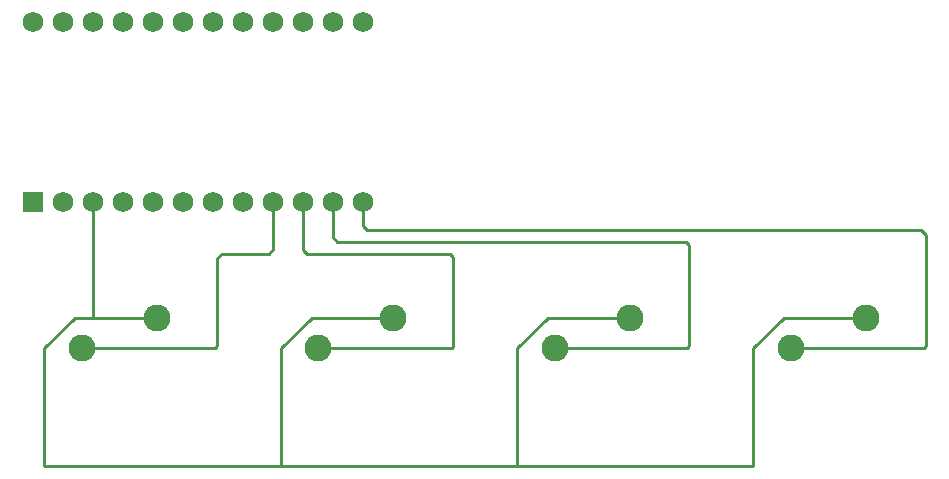
<source format=gbr>
%TF.GenerationSoftware,KiCad,Pcbnew,7.0.6*%
%TF.CreationDate,2023-08-10T21:51:54+02:00*%
%TF.ProjectId,pcb,7063622e-6b69-4636-9164-5f7063625858,rev?*%
%TF.SameCoordinates,Original*%
%TF.FileFunction,Copper,L1,Top*%
%TF.FilePolarity,Positive*%
%FSLAX46Y46*%
G04 Gerber Fmt 4.6, Leading zero omitted, Abs format (unit mm)*
G04 Created by KiCad (PCBNEW 7.0.6) date 2023-08-10 21:51:54*
%MOMM*%
%LPD*%
G01*
G04 APERTURE LIST*
%TA.AperFunction,ComponentPad*%
%ADD10R,1.752600X1.752600*%
%TD*%
%TA.AperFunction,ComponentPad*%
%ADD11C,1.752600*%
%TD*%
%TA.AperFunction,ComponentPad*%
%ADD12C,2.286000*%
%TD*%
%TA.AperFunction,Conductor*%
%ADD13C,0.250000*%
%TD*%
G04 APERTURE END LIST*
D10*
%TO.P,J1,1,Pin_1*%
%TO.N,unconnected-(J1-Pin_1-Pad1)*%
X25030000Y-37620000D03*
D11*
%TO.P,J1,2,Pin_2*%
%TO.N,unconnected-(J1-Pin_2-Pad2)*%
X27570000Y-37620000D03*
%TO.P,J1,3,Pin_3*%
%TO.N,Net-(J1-Pin_3)*%
X30110000Y-37620000D03*
%TO.P,J1,4,Pin_4*%
%TO.N,unconnected-(J1-Pin_4-Pad4)*%
X32650000Y-37620000D03*
%TO.P,J1,5,Pin_5*%
%TO.N,unconnected-(J1-Pin_5-Pad5)*%
X35190000Y-37620000D03*
%TO.P,J1,6,Pin_6*%
%TO.N,unconnected-(J1-Pin_6-Pad6)*%
X37730000Y-37620000D03*
%TO.P,J1,7,Pin_7*%
%TO.N,unconnected-(J1-Pin_7-Pad7)*%
X40270000Y-37620000D03*
%TO.P,J1,8,Pin_8*%
%TO.N,unconnected-(J1-Pin_8-Pad8)*%
X42810000Y-37620000D03*
%TO.P,J1,9,Pin_9*%
%TO.N,Net-(J1-Pin_9)*%
X45350000Y-37620000D03*
%TO.P,J1,10,Pin_10*%
%TO.N,Net-(J1-Pin_10)*%
X47890000Y-37620000D03*
%TO.P,J1,11,Pin_11*%
%TO.N,Net-(J1-Pin_11)*%
X50430000Y-37620000D03*
%TO.P,J1,12,Pin_12*%
%TO.N,Net-(J1-Pin_12)*%
X52970000Y-37620000D03*
%TO.P,J1,13,Pin_13*%
%TO.N,unconnected-(J1-Pin_13-Pad13)*%
X52970000Y-22380000D03*
%TO.P,J1,14,Pin_14*%
%TO.N,unconnected-(J1-Pin_14-Pad14)*%
X50430000Y-22380000D03*
%TO.P,J1,15,Pin_15*%
%TO.N,unconnected-(J1-Pin_15-Pad15)*%
X47890000Y-22380000D03*
%TO.P,J1,16,Pin_16*%
%TO.N,unconnected-(J1-Pin_16-Pad16)*%
X45350000Y-22380000D03*
%TO.P,J1,17,Pin_17*%
%TO.N,unconnected-(J1-Pin_17-Pad17)*%
X42810000Y-22380000D03*
%TO.P,J1,18,Pin_18*%
%TO.N,unconnected-(J1-Pin_18-Pad18)*%
X40270000Y-22380000D03*
%TO.P,J1,19,Pin_19*%
%TO.N,unconnected-(J1-Pin_19-Pad19)*%
X37730000Y-22380000D03*
%TO.P,J1,20,Pin_20*%
%TO.N,unconnected-(J1-Pin_20-Pad20)*%
X35190000Y-22380000D03*
%TO.P,J1,21,Pin_21*%
%TO.N,unconnected-(J1-Pin_21-Pad21)*%
X32650000Y-22380000D03*
%TO.P,J1,22,Pin_22*%
%TO.N,unconnected-(J1-Pin_22-Pad22)*%
X30110000Y-22380000D03*
%TO.P,J1,23,Pin_23*%
%TO.N,unconnected-(J1-Pin_23-Pad23)*%
X27570000Y-22380000D03*
%TO.P,J1,24,Pin_24*%
%TO.N,unconnected-(J1-Pin_24-Pad24)*%
X25030000Y-22380000D03*
%TD*%
D12*
%TO.P,MX2,1,1*%
%TO.N,Net-(J1-Pin_3)*%
X75540000Y-47420000D03*
%TO.P,MX2,2,2*%
%TO.N,Net-(J1-Pin_11)*%
X69190000Y-49960000D03*
%TD*%
%TO.P,MX3,1,1*%
%TO.N,Net-(J1-Pin_3)*%
X55540000Y-47420000D03*
%TO.P,MX3,2,2*%
%TO.N,Net-(J1-Pin_10)*%
X49190000Y-49960000D03*
%TD*%
%TO.P,MX1,1,1*%
%TO.N,Net-(J1-Pin_3)*%
X95540000Y-47420000D03*
%TO.P,MX1,2,2*%
%TO.N,Net-(J1-Pin_12)*%
X89190000Y-49960000D03*
%TD*%
%TO.P,MX4,1,1*%
%TO.N,Net-(J1-Pin_3)*%
X35540000Y-47420000D03*
%TO.P,MX4,2,2*%
%TO.N,Net-(J1-Pin_9)*%
X29190000Y-49960000D03*
%TD*%
D13*
%TO.N,Net-(J1-Pin_9)*%
X45000000Y-42000000D02*
X41000000Y-42000000D01*
X45350000Y-41650000D02*
X45000000Y-42000000D01*
X40600000Y-49800000D02*
X40440000Y-49960000D01*
X40600000Y-42400000D02*
X40600000Y-49800000D01*
X40440000Y-49960000D02*
X29190000Y-49960000D01*
X41000000Y-42000000D02*
X40600000Y-42400000D01*
X45350000Y-37620000D02*
X45350000Y-41650000D01*
%TO.N,Net-(J1-Pin_12)*%
X100600000Y-40400000D02*
X100200000Y-40000000D01*
X100600000Y-49800000D02*
X100600000Y-40400000D01*
X100440000Y-49960000D02*
X100600000Y-49800000D01*
X53300000Y-40000000D02*
X52970000Y-39670000D01*
X100200000Y-40000000D02*
X53300000Y-40000000D01*
X89190000Y-49960000D02*
X100440000Y-49960000D01*
X52970000Y-39670000D02*
X52970000Y-37620000D01*
%TO.N,Net-(J1-Pin_11)*%
X50500000Y-37690000D02*
X50430000Y-37620000D01*
X50430000Y-40630000D02*
X50430000Y-37620000D01*
X50800000Y-41000000D02*
X50430000Y-40630000D01*
X80600000Y-49800000D02*
X80600000Y-41300000D01*
X80440000Y-49960000D02*
X80600000Y-49800000D01*
X80300000Y-41000000D02*
X50800000Y-41000000D01*
X69190000Y-49960000D02*
X80440000Y-49960000D01*
X80600000Y-41300000D02*
X80300000Y-41000000D01*
%TO.N,Net-(J1-Pin_10)*%
X60600000Y-49900000D02*
X60600000Y-42300000D01*
X60540000Y-49960000D02*
X60600000Y-49900000D01*
X49190000Y-49960000D02*
X60540000Y-49960000D01*
X48200000Y-42000000D02*
X47890000Y-41690000D01*
X60300000Y-42000000D02*
X48200000Y-42000000D01*
X60600000Y-42300000D02*
X60300000Y-42000000D01*
X47890000Y-41690000D02*
X47890000Y-37620000D01*
%TO.N,Net-(J1-Pin_3)*%
X75540000Y-47420000D02*
X68616967Y-47420000D01*
X95540000Y-47420000D02*
X88580000Y-47420000D01*
X30110000Y-47310000D02*
X30000000Y-47420000D01*
X66000000Y-60000000D02*
X46000000Y-60000000D01*
X30110000Y-37620000D02*
X30110000Y-47310000D01*
X30000000Y-47420000D02*
X35540000Y-47420000D01*
X66000000Y-50036967D02*
X66000000Y-60000000D01*
X28580000Y-47420000D02*
X30000000Y-47420000D01*
X68616967Y-47420000D02*
X66000000Y-50036967D01*
X88580000Y-47420000D02*
X86000000Y-50000000D01*
X48616967Y-47420000D02*
X46000000Y-50036967D01*
X86000000Y-50000000D02*
X86000000Y-60000000D01*
X46000000Y-50036967D02*
X46000000Y-60000000D01*
X55540000Y-47420000D02*
X48616967Y-47420000D01*
X46000000Y-60000000D02*
X26000000Y-60000000D01*
X26000000Y-60000000D02*
X26000000Y-50000000D01*
X26000000Y-50000000D02*
X28580000Y-47420000D01*
X86000000Y-60000000D02*
X66000000Y-60000000D01*
%TD*%
M02*

</source>
